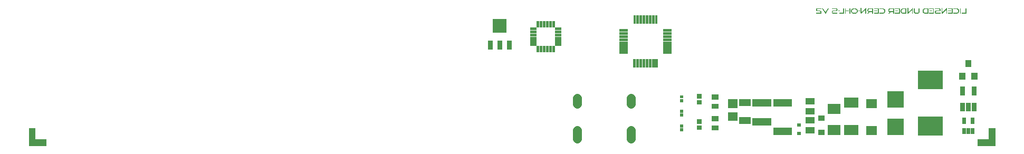
<source format=gbs>
G04 Layer: BottomSolderMaskLayer*
G04 EasyEDA v6.3.43, 2020-06-04T01:39:48+01:00*
G04 c5e8e4d559e34370b9c9d94393fceecd,c23c5ad5fcdd482d9714491510f6a4f3,10*
G04 Gerber Generator version 0.2*
G04 Scale: 100 percent, Rotated: No, Reflected: No *
G04 Dimensions in millimeters *
G04 leading zeros omitted , absolute positions ,3 integer and 3 decimal *
%FSLAX33Y33*%
%MOMM*%
G90*
G71D02*

%ADD70C,1.403198*%
%ADD103R,0.457200X1.346200*%

%LPD*%
G54D70*
G01X96649Y7654D02*
G01X96649Y6654D01*
G01X88009Y7654D02*
G01X88009Y6654D01*
G01X88009Y2445D02*
G01X88009Y1145D01*
G01X96649Y2445D02*
G01X96649Y1145D01*

%LPD*%
G36*
G01X130141Y21685D02*
G01X129854Y21685D01*
G01X129854Y21581D01*
G01X130141Y21581D01*
G01X130141Y21685D01*
G37*

%LPD*%
G36*
G01X133367Y21685D02*
G01X133078Y21685D01*
G01X133078Y21581D01*
G01X133367Y21581D01*
G01X133367Y21685D01*
G37*

%LPD*%
G36*
G01X136126Y21698D02*
G01X135643Y21698D01*
G01X135643Y21568D01*
G01X136126Y21568D01*
G01X136126Y21698D01*
G37*

%LPD*%
G36*
G01X139491Y21698D02*
G01X139006Y21698D01*
G01X139006Y21568D01*
G01X139491Y21568D01*
G01X139491Y21698D01*
G37*

%LPD*%
G36*
G01X144978Y21698D02*
G01X144495Y21698D01*
G01X144495Y21568D01*
G01X144978Y21568D01*
G01X144978Y21698D01*
G37*

%LPD*%
G36*
G01X147993Y21698D02*
G01X147510Y21698D01*
G01X147510Y21568D01*
G01X147993Y21568D01*
G01X147993Y21698D01*
G37*

%LPD*%
G36*
G01X127142Y22061D02*
G01X126565Y22061D01*
G01X126504Y22056D01*
G01X126451Y22042D01*
G01X126405Y22021D01*
G01X126367Y21991D01*
G01X126337Y21956D01*
G01X126316Y21914D01*
G01X126303Y21868D01*
G01X126298Y21817D01*
G01X126303Y21765D01*
G01X126317Y21717D01*
G01X126339Y21675D01*
G01X126369Y21638D01*
G01X126407Y21609D01*
G01X126453Y21586D01*
G01X126506Y21573D01*
G01X126565Y21568D01*
G01X126880Y21568D01*
G01X126934Y21561D01*
G01X126973Y21540D01*
G01X126996Y21505D01*
G01X127005Y21456D01*
G01X127005Y21342D01*
G01X126311Y21342D01*
G01X126311Y21190D01*
G01X127149Y21190D01*
G01X127149Y21446D01*
G01X127145Y21505D01*
G01X127132Y21556D01*
G01X127110Y21599D01*
G01X127080Y21635D01*
G01X127042Y21662D01*
G01X126996Y21682D01*
G01X126942Y21693D01*
G01X126880Y21698D01*
G01X126565Y21698D01*
G01X126520Y21705D01*
G01X126486Y21725D01*
G01X126464Y21757D01*
G01X126456Y21802D01*
G01X126464Y21846D01*
G01X126485Y21880D01*
G01X126519Y21901D01*
G01X126565Y21908D01*
G01X127142Y21908D01*
G01X127142Y22061D01*
G37*

%LPD*%
G36*
G01X129489Y22061D02*
G01X128864Y22061D01*
G01X128864Y21908D01*
G01X129489Y21908D01*
G01X129536Y21901D01*
G01X129572Y21880D01*
G01X129593Y21846D01*
G01X129600Y21802D01*
G01X129593Y21757D01*
G01X129570Y21725D01*
G01X129536Y21705D01*
G01X129491Y21698D01*
G01X129092Y21698D01*
G01X129030Y21693D01*
G01X128975Y21682D01*
G01X128928Y21662D01*
G01X128890Y21635D01*
G01X128860Y21599D01*
G01X128838Y21556D01*
G01X128825Y21505D01*
G01X128821Y21446D01*
G01X128825Y21393D01*
G01X128837Y21344D01*
G01X128858Y21300D01*
G01X128888Y21263D01*
G01X128926Y21232D01*
G01X128973Y21209D01*
G01X129028Y21195D01*
G01X129092Y21190D01*
G01X129745Y21190D01*
G01X129745Y21342D01*
G01X129092Y21342D01*
G01X129037Y21350D01*
G01X128996Y21373D01*
G01X128972Y21409D01*
G01X128963Y21456D01*
G01X128972Y21505D01*
G01X128996Y21540D01*
G01X129037Y21561D01*
G01X129092Y21568D01*
G01X129491Y21568D01*
G01X129550Y21573D01*
G01X129602Y21586D01*
G01X129648Y21609D01*
G01X129686Y21638D01*
G01X129717Y21675D01*
G01X129740Y21717D01*
G01X129753Y21765D01*
G01X129758Y21817D01*
G01X129753Y21868D01*
G01X129741Y21914D01*
G01X129719Y21956D01*
G01X129689Y21991D01*
G01X129651Y22021D01*
G01X129605Y22042D01*
G01X129551Y22056D01*
G01X129489Y22061D01*
G37*

%LPD*%
G36*
G01X130804Y22061D02*
G01X130652Y22061D01*
G01X130652Y21342D01*
G01X130065Y21342D01*
G01X130065Y21190D01*
G01X130804Y21190D01*
G01X130804Y22061D01*
G37*

%LPD*%
G36*
G01X132572Y22061D02*
G01X132359Y22061D01*
G01X132297Y22057D01*
G01X132240Y22046D01*
G01X132186Y22030D01*
G01X132136Y22006D01*
G01X132091Y21977D01*
G01X132051Y21942D01*
G01X132017Y21903D01*
G01X131987Y21858D01*
G01X131964Y21808D01*
G01X131946Y21754D01*
G01X131936Y21696D01*
G01X131932Y21634D01*
G01X131936Y21573D01*
G01X131947Y21514D01*
G01X131964Y21458D01*
G01X131988Y21407D01*
G01X132018Y21360D01*
G01X132053Y21318D01*
G01X132094Y21280D01*
G01X132139Y21249D01*
G01X132188Y21224D01*
G01X132242Y21205D01*
G01X132299Y21194D01*
G01X132359Y21190D01*
G01X132572Y21190D01*
G01X132632Y21194D01*
G01X132689Y21205D01*
G01X132741Y21224D01*
G01X132791Y21249D01*
G01X132835Y21280D01*
G01X132876Y21318D01*
G01X132911Y21360D01*
G01X132941Y21407D01*
G01X132964Y21458D01*
G01X132982Y21514D01*
G01X132993Y21573D01*
G01X132996Y21634D01*
G01X132993Y21696D01*
G01X132982Y21755D01*
G01X132964Y21809D01*
G01X132941Y21859D01*
G01X132911Y21904D01*
G01X132876Y21943D01*
G01X132835Y21978D01*
G01X132791Y22007D01*
G01X132741Y22030D01*
G01X132689Y22047D01*
G01X132632Y22057D01*
G01X132572Y22061D01*
G37*

%LPC*%
G36*
G01X132572Y21908D02*
G01X132359Y21908D01*
G01X132301Y21903D01*
G01X132249Y21887D01*
G01X132202Y21863D01*
G01X132162Y21829D01*
G01X132129Y21788D01*
G01X132105Y21740D01*
G01X132090Y21686D01*
G01X132085Y21626D01*
G01X132090Y21567D01*
G01X132105Y21513D01*
G01X132129Y21465D01*
G01X132162Y21423D01*
G01X132202Y21389D01*
G01X132249Y21363D01*
G01X132301Y21347D01*
G01X132359Y21342D01*
G01X132572Y21342D01*
G01X132629Y21347D01*
G01X132681Y21363D01*
G01X132728Y21389D01*
G01X132767Y21423D01*
G01X132799Y21465D01*
G01X132824Y21513D01*
G01X132839Y21567D01*
G01X132844Y21626D01*
G01X132839Y21687D01*
G01X132824Y21741D01*
G01X132799Y21789D01*
G01X132767Y21830D01*
G01X132728Y21863D01*
G01X132681Y21888D01*
G01X132629Y21903D01*
G01X132572Y21908D01*
G37*

%LPD*%
G36*
G01X135478Y22061D02*
G01X134853Y22061D01*
G01X134782Y22055D01*
G01X134719Y22038D01*
G01X134665Y22012D01*
G01X134619Y21975D01*
G01X134583Y21930D01*
G01X134557Y21875D01*
G01X134541Y21813D01*
G01X134536Y21743D01*
G01X134539Y21692D01*
G01X134548Y21644D01*
G01X134563Y21600D01*
G01X134583Y21561D01*
G01X134609Y21527D01*
G01X134640Y21497D01*
G01X134675Y21472D01*
G01X134716Y21454D01*
G01X134452Y21190D01*
G01X134668Y21190D01*
G01X134889Y21431D01*
G01X135216Y21431D01*
G01X135216Y21565D01*
G01X134853Y21565D01*
G01X134781Y21577D01*
G01X134728Y21611D01*
G01X134696Y21666D01*
G01X134686Y21741D01*
G01X134697Y21815D01*
G01X134730Y21867D01*
G01X134783Y21898D01*
G01X134853Y21908D01*
G01X135328Y21908D01*
G01X135328Y21190D01*
G01X135478Y21190D01*
G01X135478Y22061D01*
G37*

%LPD*%
G36*
G01X136390Y22061D02*
G01X135610Y22061D01*
G01X135610Y21908D01*
G01X136237Y21908D01*
G01X136237Y21342D01*
G01X135610Y21342D01*
G01X135610Y21190D01*
G01X136390Y21190D01*
G01X136390Y22061D01*
G37*

%LPD*%
G36*
G01X136987Y22061D02*
G01X136514Y22061D01*
G01X136514Y21908D01*
G01X136987Y21908D01*
G01X137043Y21903D01*
G01X137094Y21888D01*
G01X137141Y21863D01*
G01X137181Y21830D01*
G01X137213Y21789D01*
G01X137238Y21741D01*
G01X137253Y21687D01*
G01X137259Y21626D01*
G01X137253Y21567D01*
G01X137238Y21513D01*
G01X137214Y21465D01*
G01X137182Y21423D01*
G01X137142Y21389D01*
G01X137095Y21363D01*
G01X137044Y21347D01*
G01X136987Y21342D01*
G01X136514Y21342D01*
G01X136514Y21190D01*
G01X136987Y21190D01*
G01X137046Y21194D01*
G01X137103Y21205D01*
G01X137156Y21224D01*
G01X137205Y21249D01*
G01X137250Y21280D01*
G01X137290Y21318D01*
G01X137326Y21360D01*
G01X137355Y21407D01*
G01X137379Y21458D01*
G01X137396Y21514D01*
G01X137407Y21573D01*
G01X137411Y21634D01*
G01X137407Y21696D01*
G01X137396Y21755D01*
G01X137379Y21809D01*
G01X137355Y21859D01*
G01X137326Y21904D01*
G01X137290Y21943D01*
G01X137250Y21978D01*
G01X137205Y22007D01*
G01X137156Y22030D01*
G01X137103Y22047D01*
G01X137046Y22057D01*
G01X136987Y22061D01*
G37*

%LPD*%
G36*
G01X138844Y22061D02*
G01X138216Y22061D01*
G01X138146Y22055D01*
G01X138083Y22038D01*
G01X138029Y22012D01*
G01X137983Y21975D01*
G01X137947Y21930D01*
G01X137920Y21875D01*
G01X137904Y21813D01*
G01X137899Y21743D01*
G01X137902Y21692D01*
G01X137911Y21644D01*
G01X137926Y21600D01*
G01X137947Y21561D01*
G01X137973Y21527D01*
G01X138004Y21497D01*
G01X138039Y21472D01*
G01X138079Y21454D01*
G01X137817Y21190D01*
G01X138033Y21190D01*
G01X138254Y21431D01*
G01X138579Y21431D01*
G01X138579Y21565D01*
G01X138216Y21565D01*
G01X138144Y21577D01*
G01X138091Y21611D01*
G01X138059Y21666D01*
G01X138049Y21741D01*
G01X138060Y21815D01*
G01X138093Y21867D01*
G01X138146Y21898D01*
G01X138216Y21908D01*
G01X138691Y21908D01*
G01X138691Y21190D01*
G01X138844Y21190D01*
G01X138844Y22061D01*
G37*

%LPD*%
G36*
G01X139753Y22061D02*
G01X138976Y22061D01*
G01X138976Y21908D01*
G01X139603Y21908D01*
G01X139603Y21342D01*
G01X138973Y21342D01*
G01X138973Y21190D01*
G01X139753Y21190D01*
G01X139753Y22061D01*
G37*

%LPD*%
G36*
G01X140807Y22061D02*
G01X140304Y22061D01*
G01X140244Y22057D01*
G01X140187Y22046D01*
G01X140133Y22030D01*
G01X140084Y22006D01*
G01X140039Y21977D01*
G01X139998Y21942D01*
G01X139963Y21903D01*
G01X139933Y21858D01*
G01X139909Y21808D01*
G01X139892Y21754D01*
G01X139881Y21696D01*
G01X139877Y21634D01*
G01X139881Y21573D01*
G01X139892Y21514D01*
G01X139909Y21458D01*
G01X139933Y21407D01*
G01X139963Y21360D01*
G01X139998Y21318D01*
G01X140039Y21280D01*
G01X140084Y21249D01*
G01X140133Y21224D01*
G01X140187Y21205D01*
G01X140244Y21194D01*
G01X140304Y21190D01*
G01X140807Y21190D01*
G01X140807Y22061D01*
G37*

%LPC*%
G36*
G01X140657Y21908D02*
G01X140304Y21908D01*
G01X140247Y21903D01*
G01X140195Y21887D01*
G01X140148Y21863D01*
G01X140108Y21829D01*
G01X140075Y21788D01*
G01X140051Y21740D01*
G01X140035Y21686D01*
G01X140030Y21626D01*
G01X140035Y21567D01*
G01X140051Y21513D01*
G01X140075Y21465D01*
G01X140108Y21423D01*
G01X140148Y21389D01*
G01X140195Y21363D01*
G01X140247Y21347D01*
G01X140304Y21342D01*
G01X140657Y21342D01*
G01X140657Y21908D01*
G37*

%LPD*%
G36*
G01X144330Y22061D02*
G01X143824Y22061D01*
G01X143765Y22057D01*
G01X143708Y22046D01*
G01X143654Y22030D01*
G01X143605Y22006D01*
G01X143560Y21977D01*
G01X143520Y21942D01*
G01X143485Y21903D01*
G01X143456Y21858D01*
G01X143432Y21808D01*
G01X143415Y21754D01*
G01X143404Y21696D01*
G01X143400Y21634D01*
G01X143404Y21573D01*
G01X143415Y21514D01*
G01X143432Y21458D01*
G01X143456Y21407D01*
G01X143485Y21360D01*
G01X143520Y21318D01*
G01X143560Y21280D01*
G01X143605Y21249D01*
G01X143654Y21224D01*
G01X143708Y21205D01*
G01X143765Y21194D01*
G01X143824Y21190D01*
G01X144330Y21190D01*
G01X144330Y22061D01*
G37*

%LPC*%
G36*
G01X144180Y21908D02*
G01X143824Y21908D01*
G01X143768Y21903D01*
G01X143716Y21887D01*
G01X143669Y21863D01*
G01X143629Y21829D01*
G01X143597Y21788D01*
G01X143573Y21740D01*
G01X143558Y21686D01*
G01X143553Y21626D01*
G01X143558Y21567D01*
G01X143573Y21513D01*
G01X143597Y21465D01*
G01X143629Y21423D01*
G01X143669Y21389D01*
G01X143716Y21363D01*
G01X143768Y21347D01*
G01X143824Y21342D01*
G01X144180Y21342D01*
G01X144180Y21908D01*
G37*

%LPD*%
G36*
G01X145242Y22061D02*
G01X144462Y22061D01*
G01X144462Y21908D01*
G01X145089Y21908D01*
G01X145089Y21342D01*
G01X144462Y21342D01*
G01X144462Y21190D01*
G01X145242Y21190D01*
G01X145242Y22061D01*
G37*

%LPD*%
G36*
G01X146042Y22061D02*
G01X145415Y22061D01*
G01X145415Y21908D01*
G01X146042Y21908D01*
G01X146088Y21901D01*
G01X146122Y21880D01*
G01X146143Y21846D01*
G01X146151Y21802D01*
G01X146143Y21757D01*
G01X146122Y21725D01*
G01X146088Y21705D01*
G01X146042Y21698D01*
G01X145643Y21698D01*
G01X145581Y21693D01*
G01X145526Y21682D01*
G01X145479Y21662D01*
G01X145440Y21635D01*
G01X145410Y21599D01*
G01X145389Y21556D01*
G01X145376Y21505D01*
G01X145371Y21446D01*
G01X145375Y21393D01*
G01X145388Y21344D01*
G01X145409Y21300D01*
G01X145439Y21263D01*
G01X145477Y21232D01*
G01X145524Y21209D01*
G01X145579Y21195D01*
G01X145643Y21190D01*
G01X146296Y21190D01*
G01X146296Y21342D01*
G01X145643Y21342D01*
G01X145589Y21350D01*
G01X145549Y21373D01*
G01X145525Y21409D01*
G01X145516Y21456D01*
G01X145525Y21505D01*
G01X145549Y21540D01*
G01X145589Y21561D01*
G01X145643Y21568D01*
G01X146044Y21568D01*
G01X146102Y21573D01*
G01X146155Y21586D01*
G01X146200Y21609D01*
G01X146239Y21638D01*
G01X146269Y21675D01*
G01X146292Y21717D01*
G01X146307Y21765D01*
G01X146311Y21817D01*
G01X146307Y21868D01*
G01X146293Y21914D01*
G01X146271Y21956D01*
G01X146242Y21991D01*
G01X146203Y22021D01*
G01X146157Y22042D01*
G01X146103Y22056D01*
G01X146042Y22061D01*
G37*

%LPD*%
G36*
G01X148254Y22061D02*
G01X147477Y22061D01*
G01X147477Y21908D01*
G01X148104Y21908D01*
G01X148104Y21342D01*
G01X147474Y21342D01*
G01X147474Y21190D01*
G01X148254Y21190D01*
G01X148254Y22061D01*
G37*

%LPD*%
G36*
G01X148851Y22061D02*
G01X148379Y22061D01*
G01X148379Y21908D01*
G01X148851Y21908D01*
G01X148908Y21903D01*
G01X148960Y21888D01*
G01X149007Y21863D01*
G01X149046Y21830D01*
G01X149078Y21789D01*
G01X149103Y21741D01*
G01X149118Y21687D01*
G01X149123Y21626D01*
G01X149118Y21567D01*
G01X149103Y21513D01*
G01X149078Y21465D01*
G01X149046Y21423D01*
G01X149007Y21389D01*
G01X148960Y21363D01*
G01X148908Y21347D01*
G01X148851Y21342D01*
G01X148379Y21342D01*
G01X148379Y21190D01*
G01X148851Y21190D01*
G01X148911Y21194D01*
G01X148967Y21205D01*
G01X149020Y21224D01*
G01X149070Y21249D01*
G01X149114Y21280D01*
G01X149154Y21318D01*
G01X149190Y21360D01*
G01X149219Y21407D01*
G01X149243Y21458D01*
G01X149261Y21514D01*
G01X149272Y21573D01*
G01X149275Y21634D01*
G01X149272Y21696D01*
G01X149261Y21755D01*
G01X149243Y21809D01*
G01X149219Y21859D01*
G01X149190Y21904D01*
G01X149154Y21943D01*
G01X149114Y21978D01*
G01X149070Y22007D01*
G01X149020Y22030D01*
G01X148967Y22047D01*
G01X148911Y22057D01*
G01X148851Y22061D01*
G37*

%LPD*%
G36*
G01X149562Y22061D02*
G01X149410Y22061D01*
G01X149410Y21190D01*
G01X149562Y21190D01*
G01X149562Y22061D01*
G37*

%LPD*%
G36*
G01X150418Y22061D02*
G01X150266Y22061D01*
G01X150266Y21342D01*
G01X149679Y21342D01*
G01X149679Y21190D01*
G01X150418Y21190D01*
G01X150418Y22061D01*
G37*

%LPD*%
G36*
G01X131810Y22061D02*
G01X131658Y22061D01*
G01X131658Y21187D01*
G01X131810Y21187D01*
G01X131810Y22061D01*
G37*

%LPD*%
G36*
G01X131107Y22061D02*
G01X130954Y22061D01*
G01X130954Y21187D01*
G01X131107Y21187D01*
G01X131107Y21565D01*
G01X131546Y21565D01*
G01X131546Y21700D01*
G01X131107Y21700D01*
G01X131107Y22061D01*
G37*

%LPD*%
G36*
G01X134332Y22067D02*
G01X134299Y22073D01*
G01X134283Y22071D01*
G01X134266Y22065D01*
G01X134250Y22055D01*
G01X134233Y22040D01*
G01X133619Y21431D01*
G01X133619Y22068D01*
G01X133474Y22068D01*
G01X133474Y21271D01*
G01X133480Y21232D01*
G01X133495Y21203D01*
G01X133519Y21185D01*
G01X133550Y21179D01*
G01X133569Y21181D01*
G01X133586Y21187D01*
G01X133603Y21198D01*
G01X133619Y21212D01*
G01X134231Y21827D01*
G01X134231Y21190D01*
G01X134378Y21190D01*
G01X134378Y21982D01*
G01X134373Y22020D01*
G01X134357Y22049D01*
G01X134332Y22067D01*
G37*

%LPD*%
G36*
G01X141815Y22067D02*
G01X141782Y22073D01*
G01X141766Y22071D01*
G01X141749Y22065D01*
G01X141733Y22055D01*
G01X141716Y22040D01*
G01X141102Y21431D01*
G01X141102Y22068D01*
G01X140957Y22068D01*
G01X140957Y21271D01*
G01X140962Y21232D01*
G01X140978Y21203D01*
G01X141000Y21185D01*
G01X141030Y21179D01*
G01X141049Y21181D01*
G01X141067Y21187D01*
G01X141084Y21198D01*
G01X141102Y21212D01*
G01X141714Y21827D01*
G01X141714Y21190D01*
G01X141859Y21190D01*
G01X141859Y21982D01*
G01X141853Y22020D01*
G01X141839Y22049D01*
G01X141815Y22067D01*
G37*

%LPD*%
G36*
G01X147302Y22067D02*
G01X147271Y22073D01*
G01X147254Y22071D01*
G01X147238Y22065D01*
G01X147222Y22055D01*
G01X147205Y22040D01*
G01X146591Y21431D01*
G01X146591Y22068D01*
G01X146446Y22068D01*
G01X146446Y21271D01*
G01X146451Y21232D01*
G01X146467Y21203D01*
G01X146489Y21185D01*
G01X146519Y21179D01*
G01X146538Y21181D01*
G01X146556Y21187D01*
G01X146573Y21198D01*
G01X146591Y21212D01*
G01X147203Y21827D01*
G01X147203Y21190D01*
G01X147347Y21190D01*
G01X147347Y21982D01*
G01X147342Y22020D01*
G01X147327Y22049D01*
G01X147302Y22067D01*
G37*

%LPD*%
G36*
G01X127419Y22061D02*
G01X127243Y22061D01*
G01X127746Y21228D01*
G01X127760Y21207D01*
G01X127777Y21191D01*
G01X127797Y21180D01*
G01X127820Y21177D01*
G01X127843Y21180D01*
G01X127863Y21191D01*
G01X127879Y21207D01*
G01X127894Y21228D01*
G01X128397Y22061D01*
G01X128209Y22061D01*
G01X127812Y21390D01*
G01X127419Y22061D01*
G37*

%LPD*%
G36*
G01X142143Y22061D02*
G01X141993Y22061D01*
G01X141993Y21576D01*
G01X141996Y21511D01*
G01X142005Y21452D01*
G01X142020Y21399D01*
G01X142040Y21352D01*
G01X142068Y21310D01*
G01X142103Y21274D01*
G01X142144Y21244D01*
G01X142193Y21220D01*
G01X142249Y21201D01*
G01X142313Y21187D01*
G01X142385Y21179D01*
G01X142466Y21177D01*
G01X142545Y21179D01*
G01X142617Y21187D01*
G01X142680Y21201D01*
G01X142736Y21220D01*
G01X142785Y21244D01*
G01X142826Y21274D01*
G01X142861Y21310D01*
G01X142888Y21352D01*
G01X142909Y21399D01*
G01X142924Y21452D01*
G01X142932Y21511D01*
G01X142935Y21576D01*
G01X142935Y22061D01*
G01X142778Y22061D01*
G01X142778Y21576D01*
G01X142774Y21515D01*
G01X142762Y21463D01*
G01X142740Y21420D01*
G01X142709Y21386D01*
G01X142666Y21359D01*
G01X142611Y21341D01*
G01X142543Y21330D01*
G01X142460Y21327D01*
G01X142378Y21330D01*
G01X142310Y21341D01*
G01X142255Y21359D01*
G01X142212Y21386D01*
G01X142181Y21420D01*
G01X142159Y21463D01*
G01X142147Y21515D01*
G01X142143Y21576D01*
G01X142143Y22061D01*
G37*

%LPD*%
G36*
G01X152234Y-57D02*
G01X152234Y1035D01*
G01X154012Y1035D01*
G01X154012Y2813D01*
G01X155105Y2813D01*
G01X155105Y-57D01*
G01X152234Y-57D01*
G37*
G36*
G01X-38Y-57D02*
G01X-38Y2813D01*
G01X1054Y2813D01*
G01X1054Y1035D01*
G01X2832Y1035D01*
G01X2832Y-57D01*
G01X-38Y-57D01*
G37*
G36*
G01X84429Y18530D02*
G01X84429Y18982D01*
G01X85432Y18982D01*
G01X85432Y18530D01*
G01X84429Y18530D01*
G37*
G36*
G01X84429Y18030D02*
G01X84429Y18484D01*
G01X85432Y18484D01*
G01X85432Y18030D01*
G01X84429Y18030D01*
G37*
G36*
G01X84429Y17529D02*
G01X84429Y17984D01*
G01X85432Y17984D01*
G01X85432Y17529D01*
G01X84429Y17529D01*
G37*
G36*
G01X84429Y17029D02*
G01X84429Y17484D01*
G01X85432Y17484D01*
G01X85432Y17029D01*
G01X84429Y17029D01*
G37*
G36*
G01X84429Y16531D02*
G01X84429Y16983D01*
G01X85432Y16983D01*
G01X85432Y16531D01*
G01X84429Y16531D01*
G37*
G36*
G01X84429Y16031D02*
G01X84429Y16483D01*
G01X85432Y16483D01*
G01X85432Y16031D01*
G01X84429Y16031D01*
G37*
G36*
G01X83954Y15005D02*
G01X83954Y16008D01*
G01X84406Y16008D01*
G01X84406Y15005D01*
G01X83954Y15005D01*
G37*
G36*
G01X83454Y15005D02*
G01X83454Y16008D01*
G01X83908Y16008D01*
G01X83908Y15005D01*
G01X83454Y15005D01*
G37*
G36*
G01X82953Y15005D02*
G01X82953Y16008D01*
G01X83408Y16008D01*
G01X83408Y15005D01*
G01X82953Y15005D01*
G37*
G36*
G01X82453Y15005D02*
G01X82453Y16008D01*
G01X82908Y16008D01*
G01X82908Y15005D01*
G01X82453Y15005D01*
G37*
G36*
G01X81955Y15005D02*
G01X81955Y16008D01*
G01X82407Y16008D01*
G01X82407Y15005D01*
G01X81955Y15005D01*
G37*
G36*
G01X81455Y15005D02*
G01X81455Y16008D01*
G01X81907Y16008D01*
G01X81907Y15005D01*
G01X81455Y15005D01*
G37*
G36*
G01X80429Y16031D02*
G01X80429Y16483D01*
G01X81432Y16483D01*
G01X81432Y16031D01*
G01X80429Y16031D01*
G37*
G36*
G01X80429Y16531D02*
G01X80429Y16983D01*
G01X81432Y16983D01*
G01X81432Y16531D01*
G01X80429Y16531D01*
G37*
G36*
G01X80429Y17029D02*
G01X80429Y17484D01*
G01X81432Y17484D01*
G01X81432Y17029D01*
G01X80429Y17029D01*
G37*
G36*
G01X80429Y17529D02*
G01X80429Y17984D01*
G01X81432Y17984D01*
G01X81432Y17529D01*
G01X80429Y17529D01*
G37*
G36*
G01X80429Y18030D02*
G01X80429Y18484D01*
G01X81432Y18484D01*
G01X81432Y18030D01*
G01X80429Y18030D01*
G37*
G36*
G01X80429Y18530D02*
G01X80429Y18982D01*
G01X81432Y18982D01*
G01X81432Y18530D01*
G01X80429Y18530D01*
G37*
G36*
G01X81455Y19005D02*
G01X81455Y20008D01*
G01X81907Y20008D01*
G01X81907Y19005D01*
G01X81455Y19005D01*
G37*
G36*
G01X81955Y19005D02*
G01X81955Y20008D01*
G01X82407Y20008D01*
G01X82407Y19005D01*
G01X81955Y19005D01*
G37*
G36*
G01X82453Y19005D02*
G01X82453Y20008D01*
G01X82908Y20008D01*
G01X82908Y19005D01*
G01X82453Y19005D01*
G37*
G36*
G01X82953Y19005D02*
G01X82953Y20008D01*
G01X83408Y20008D01*
G01X83408Y19005D01*
G01X82953Y19005D01*
G37*
G36*
G01X83454Y19005D02*
G01X83454Y20008D01*
G01X83908Y20008D01*
G01X83908Y19005D01*
G01X83454Y19005D01*
G37*
G36*
G01X83954Y19005D02*
G01X83954Y20008D01*
G01X84406Y20008D01*
G01X84406Y19005D01*
G01X83954Y19005D01*
G37*
G36*
G01X101760Y18266D02*
G01X101760Y18723D01*
G01X103106Y18723D01*
G01X103106Y18266D01*
G01X101760Y18266D01*
G37*
G36*
G01X101760Y17766D02*
G01X101760Y18223D01*
G01X103106Y18223D01*
G01X103106Y17766D01*
G01X101760Y17766D01*
G37*
G36*
G01X101760Y17265D02*
G01X101760Y17722D01*
G01X103106Y17722D01*
G01X103106Y17265D01*
G01X101760Y17265D01*
G37*
G36*
G01X101760Y16765D02*
G01X101760Y17222D01*
G01X103106Y17222D01*
G01X103106Y16765D01*
G01X101760Y16765D01*
G37*
G36*
G01X101760Y16267D02*
G01X101760Y16724D01*
G01X103106Y16724D01*
G01X103106Y16267D01*
G01X101760Y16267D01*
G37*
G36*
G01X101760Y15767D02*
G01X101760Y16224D01*
G01X103106Y16224D01*
G01X103106Y15767D01*
G01X101760Y15767D01*
G37*
G36*
G01X101760Y15266D02*
G01X101760Y15723D01*
G01X103106Y15723D01*
G01X103106Y15266D01*
G01X101760Y15266D01*
G37*
G36*
G01X101760Y14766D02*
G01X101760Y15223D01*
G01X103106Y15223D01*
G01X103106Y14766D01*
G01X101760Y14766D01*
G37*
G36*
G01X100454Y12571D02*
G01X100454Y13917D01*
G01X100911Y13917D01*
G01X100911Y12571D01*
G01X100454Y12571D01*
G37*
G36*
G01X99954Y12571D02*
G01X99954Y13917D01*
G01X100411Y13917D01*
G01X100411Y12571D01*
G01X99954Y12571D01*
G37*
G36*
G01X99453Y12571D02*
G01X99453Y13917D01*
G01X99910Y13917D01*
G01X99910Y12571D01*
G01X99453Y12571D01*
G37*
G36*
G01X98953Y12571D02*
G01X98953Y13917D01*
G01X99410Y13917D01*
G01X99410Y12571D01*
G01X98953Y12571D01*
G37*
G36*
G01X98455Y12571D02*
G01X98455Y13917D01*
G01X98912Y13917D01*
G01X98912Y12571D01*
G01X98455Y12571D01*
G37*
G36*
G01X97955Y12571D02*
G01X97955Y13917D01*
G01X98412Y13917D01*
G01X98412Y12571D01*
G01X97955Y12571D01*
G37*
G36*
G01X97454Y12571D02*
G01X97454Y13917D01*
G01X97911Y13917D01*
G01X97911Y12571D01*
G01X97454Y12571D01*
G37*
G36*
G01X96954Y12571D02*
G01X96954Y13917D01*
G01X97411Y13917D01*
G01X97411Y12571D01*
G01X96954Y12571D01*
G37*
G36*
G01X94759Y14766D02*
G01X94759Y15223D01*
G01X96105Y15223D01*
G01X96105Y14766D01*
G01X94759Y14766D01*
G37*
G36*
G01X94759Y15266D02*
G01X94759Y15723D01*
G01X96105Y15723D01*
G01X96105Y15266D01*
G01X94759Y15266D01*
G37*
G36*
G01X94759Y15767D02*
G01X94759Y16224D01*
G01X96105Y16224D01*
G01X96105Y15767D01*
G01X94759Y15767D01*
G37*
G36*
G01X94759Y16267D02*
G01X94759Y16724D01*
G01X96105Y16724D01*
G01X96105Y16267D01*
G01X94759Y16267D01*
G37*
G36*
G01X94759Y16765D02*
G01X94759Y17222D01*
G01X96105Y17222D01*
G01X96105Y16765D01*
G01X94759Y16765D01*
G37*
G36*
G01X94759Y17265D02*
G01X94759Y17722D01*
G01X96105Y17722D01*
G01X96105Y17265D01*
G01X94759Y17265D01*
G37*
G36*
G01X94759Y17766D02*
G01X94759Y18223D01*
G01X96105Y18223D01*
G01X96105Y17766D01*
G01X94759Y17766D01*
G37*
G36*
G01X94759Y18266D02*
G01X94759Y18723D01*
G01X96105Y18723D01*
G01X96105Y18266D01*
G01X94759Y18266D01*
G37*
G54D103*
G01X97182Y20244D03*
G36*
G01X97454Y19572D02*
G01X97454Y20918D01*
G01X97911Y20918D01*
G01X97911Y19572D01*
G01X97454Y19572D01*
G37*
G36*
G01X97955Y19572D02*
G01X97955Y20918D01*
G01X98412Y20918D01*
G01X98412Y19572D01*
G01X97955Y19572D01*
G37*
G36*
G01X98455Y19572D02*
G01X98455Y20918D01*
G01X98912Y20918D01*
G01X98912Y19572D01*
G01X98455Y19572D01*
G37*
G36*
G01X98953Y19572D02*
G01X98953Y20918D01*
G01X99410Y20918D01*
G01X99410Y19572D01*
G01X98953Y19572D01*
G37*
G36*
G01X99453Y19572D02*
G01X99453Y20918D01*
G01X99910Y20918D01*
G01X99910Y19572D01*
G01X99453Y19572D01*
G37*
G36*
G01X99954Y19572D02*
G01X99954Y20918D01*
G01X100411Y20918D01*
G01X100411Y19572D01*
G01X99954Y19572D01*
G37*
G01X100683Y20244D03*
G36*
G01X76672Y15449D02*
G01X76672Y16851D01*
G01X77454Y16851D01*
G01X77454Y15449D01*
G01X76672Y15449D01*
G37*
G36*
G01X75171Y15449D02*
G01X75171Y16851D01*
G01X75956Y16851D01*
G01X75956Y15449D01*
G01X75171Y15449D01*
G37*
G36*
G01X73672Y15449D02*
G01X73672Y16851D01*
G01X74455Y16851D01*
G01X74455Y15449D01*
G01X73672Y15449D01*
G37*
G36*
G01X74462Y18149D02*
G01X74462Y20351D01*
G01X76664Y20351D01*
G01X76664Y18149D01*
G01X74462Y18149D01*
G37*
G36*
G01X151323Y5472D02*
G01X151323Y6874D01*
G01X152074Y6874D01*
G01X152074Y5472D01*
G01X151323Y5472D01*
G37*
G36*
G01X150373Y5472D02*
G01X150373Y6874D01*
G01X151124Y6874D01*
G01X151124Y5472D01*
G01X150373Y5472D01*
G37*
G36*
G01X149423Y5472D02*
G01X149423Y6874D01*
G01X150174Y6874D01*
G01X150174Y5472D01*
G01X149423Y5472D01*
G37*
G36*
G01X149423Y8073D02*
G01X149423Y9475D01*
G01X150174Y9475D01*
G01X150174Y8073D01*
G01X149423Y8073D01*
G37*
G36*
G01X151323Y8073D02*
G01X151323Y9475D01*
G01X152074Y9475D01*
G01X152074Y8073D01*
G01X151323Y8073D01*
G37*
G36*
G01X150246Y12658D02*
G01X150246Y13760D01*
G01X151249Y13760D01*
G01X151249Y12658D01*
G01X150246Y12658D01*
G37*
G36*
G01X149296Y10557D02*
G01X149296Y11659D01*
G01X150299Y11659D01*
G01X150299Y10557D01*
G01X149296Y10557D01*
G37*
G36*
G01X151196Y10557D02*
G01X151196Y11659D01*
G01X152199Y11659D01*
G01X152199Y10557D01*
G01X151196Y10557D01*
G37*
G36*
G01X151096Y1855D02*
G01X151096Y2808D01*
G01X151701Y2808D01*
G01X151701Y1855D01*
G01X151096Y1855D01*
G37*
G36*
G01X150446Y1855D02*
G01X150446Y2808D01*
G01X151051Y2808D01*
G01X151051Y1855D01*
G01X150446Y1855D01*
G37*
G36*
G01X149796Y1855D02*
G01X149796Y2808D01*
G01X150401Y2808D01*
G01X150401Y1855D01*
G01X149796Y1855D01*
G37*
G36*
G01X149796Y3503D02*
G01X149796Y4456D01*
G01X150401Y4456D01*
G01X150401Y3503D01*
G01X149796Y3503D01*
G37*
G36*
G01X151096Y3503D02*
G01X151096Y4456D01*
G01X151701Y4456D01*
G01X151701Y3503D01*
G01X151096Y3503D01*
G37*
G36*
G01X104523Y6988D02*
G01X104523Y7491D01*
G01X105026Y7491D01*
G01X105026Y6988D01*
G01X104523Y6988D01*
G37*
G36*
G01X104523Y7588D02*
G01X104523Y8091D01*
G01X105026Y8091D01*
G01X105026Y7588D01*
G01X104523Y7588D01*
G37*
G36*
G01X107167Y6569D02*
G01X107167Y7273D01*
G01X107970Y7273D01*
G01X107970Y6569D01*
G01X107167Y6569D01*
G37*
G36*
G01X107167Y7567D02*
G01X107167Y8271D01*
G01X107970Y8271D01*
G01X107970Y7567D01*
G01X107167Y7567D01*
G37*
G36*
G01X109557Y5904D02*
G01X109557Y6706D01*
G01X110660Y6706D01*
G01X110660Y5904D01*
G01X109557Y5904D01*
G37*
G36*
G01X109557Y7402D02*
G01X109557Y8205D01*
G01X110660Y8205D01*
G01X110660Y7402D01*
G01X109557Y7402D01*
G37*
G36*
G01X112184Y3953D02*
G01X112184Y5358D01*
G01X113687Y5358D01*
G01X113687Y3953D01*
G01X112184Y3953D01*
G37*
G36*
G01X112184Y6054D02*
G01X112184Y7456D01*
G01X113687Y7456D01*
G01X113687Y6054D01*
G01X112184Y6054D01*
G37*
G36*
G01X113990Y3450D02*
G01X113990Y4553D01*
G01X115793Y4553D01*
G01X115793Y3450D01*
G01X113990Y3450D01*
G37*
G36*
G01X113990Y6351D02*
G01X113990Y7453D01*
G01X115793Y7453D01*
G01X115793Y6351D01*
G01X113990Y6351D01*
G37*
G36*
G01X116105Y6249D02*
G01X116105Y7451D01*
G01X119110Y7451D01*
G01X119110Y6249D01*
G01X116105Y6249D01*
G37*
G36*
G01X116105Y3247D02*
G01X116105Y4451D01*
G01X119110Y4451D01*
G01X119110Y3247D01*
G01X116105Y3247D01*
G37*
G36*
G01X119433Y1662D02*
G01X119433Y2863D01*
G01X122438Y2863D01*
G01X122438Y1662D01*
G01X119433Y1662D01*
G37*
G36*
G01X119433Y6262D02*
G01X119433Y7463D01*
G01X122438Y7463D01*
G01X122438Y6262D01*
G01X119433Y6262D01*
G37*
G36*
G01X124647Y1944D02*
G01X124647Y2945D01*
G01X126050Y2945D01*
G01X126050Y1944D01*
G01X124647Y1944D01*
G37*
G36*
G01X124647Y3542D02*
G01X124647Y4545D01*
G01X126050Y4545D01*
G01X126050Y3542D01*
G01X124647Y3542D01*
G37*
G36*
G01X123294Y1682D02*
G01X123294Y2236D01*
G01X123847Y2236D01*
G01X123847Y1682D01*
G01X123294Y1682D01*
G37*
G36*
G01X123294Y3034D02*
G01X123294Y3587D01*
G01X123847Y3587D01*
G01X123847Y3034D01*
G01X123294Y3034D01*
G37*
G36*
G01X134348Y6000D02*
G01X134348Y7474D01*
G01X136022Y7474D01*
G01X136022Y6000D01*
G01X134348Y6000D01*
G37*
G36*
G01X134348Y1700D02*
G01X134348Y3173D01*
G01X136022Y3173D01*
G01X136022Y1700D01*
G01X134348Y1700D01*
G37*
G36*
G01X137795Y1695D02*
G01X137795Y4299D01*
G01X140398Y4299D01*
G01X140398Y1695D01*
G01X137795Y1695D01*
G37*
G36*
G01X137795Y6097D02*
G01X137795Y8698D01*
G01X140398Y8698D01*
G01X140398Y6097D01*
G01X137795Y6097D01*
G37*
G36*
G01X142651Y1637D02*
G01X142651Y4639D01*
G01X146654Y4639D01*
G01X146654Y1637D01*
G01X142651Y1637D01*
G37*
G36*
G01X142651Y9036D02*
G01X142651Y12040D01*
G01X146654Y12040D01*
G01X146654Y9036D01*
G01X142651Y9036D01*
G37*
G36*
G01X130832Y6112D02*
G01X130832Y7717D01*
G01X133136Y7717D01*
G01X133136Y6112D01*
G01X130832Y6112D01*
G37*
G36*
G01X130832Y1713D02*
G01X130832Y3316D01*
G01X133136Y3316D01*
G01X133136Y1713D01*
G01X130832Y1713D01*
G37*
G36*
G01X126641Y3976D02*
G01X126641Y4809D01*
G01X127675Y4809D01*
G01X127675Y3976D01*
G01X126641Y3976D01*
G37*
G36*
G01X126641Y1675D02*
G01X126641Y2508D01*
G01X127675Y2508D01*
G01X127675Y1675D01*
G01X126641Y1675D01*
G37*
G36*
G01X128188Y1680D02*
G01X128188Y3283D01*
G01X130192Y3283D01*
G01X130192Y1680D01*
G01X128188Y1680D01*
G37*
G36*
G01X128188Y5081D02*
G01X128188Y6684D01*
G01X130192Y6684D01*
G01X130192Y5081D01*
G01X128188Y5081D01*
G37*
G36*
G01X104523Y2315D02*
G01X104523Y2818D01*
G01X105026Y2818D01*
G01X105026Y2315D01*
G01X104523Y2315D01*
G37*
G36*
G01X104523Y2914D02*
G01X104523Y3417D01*
G01X105026Y3417D01*
G01X105026Y2914D01*
G01X104523Y2914D01*
G37*
G36*
G01X107167Y2505D02*
G01X107167Y3209D01*
G01X107970Y3209D01*
G01X107970Y2505D01*
G01X107167Y2505D01*
G37*
G36*
G01X107167Y3503D02*
G01X107167Y4207D01*
G01X107970Y4207D01*
G01X107970Y3503D01*
G01X107167Y3503D01*
G37*
G36*
G01X109557Y2424D02*
G01X109557Y3227D01*
G01X110660Y3227D01*
G01X110660Y2424D01*
G01X109557Y2424D01*
G37*
G36*
G01X109557Y3923D02*
G01X109557Y4725D01*
G01X110660Y4725D01*
G01X110660Y3923D01*
G01X109557Y3923D01*
G37*
G36*
G01X104523Y4652D02*
G01X104523Y5154D01*
G01X105026Y5154D01*
G01X105026Y4652D01*
G01X104523Y4652D01*
G37*
G36*
G01X104523Y5251D02*
G01X104523Y5754D01*
G01X105026Y5754D01*
G01X105026Y5251D01*
G01X104523Y5251D01*
G37*
G36*
G01X124647Y5030D02*
G01X124647Y6031D01*
G01X126050Y6031D01*
G01X126050Y5030D01*
G01X124647Y5030D01*
G37*
G36*
G01X124647Y6628D02*
G01X124647Y7631D01*
G01X126050Y7631D01*
G01X126050Y6628D01*
G01X124647Y6628D01*
G37*
M00*
M02*

</source>
